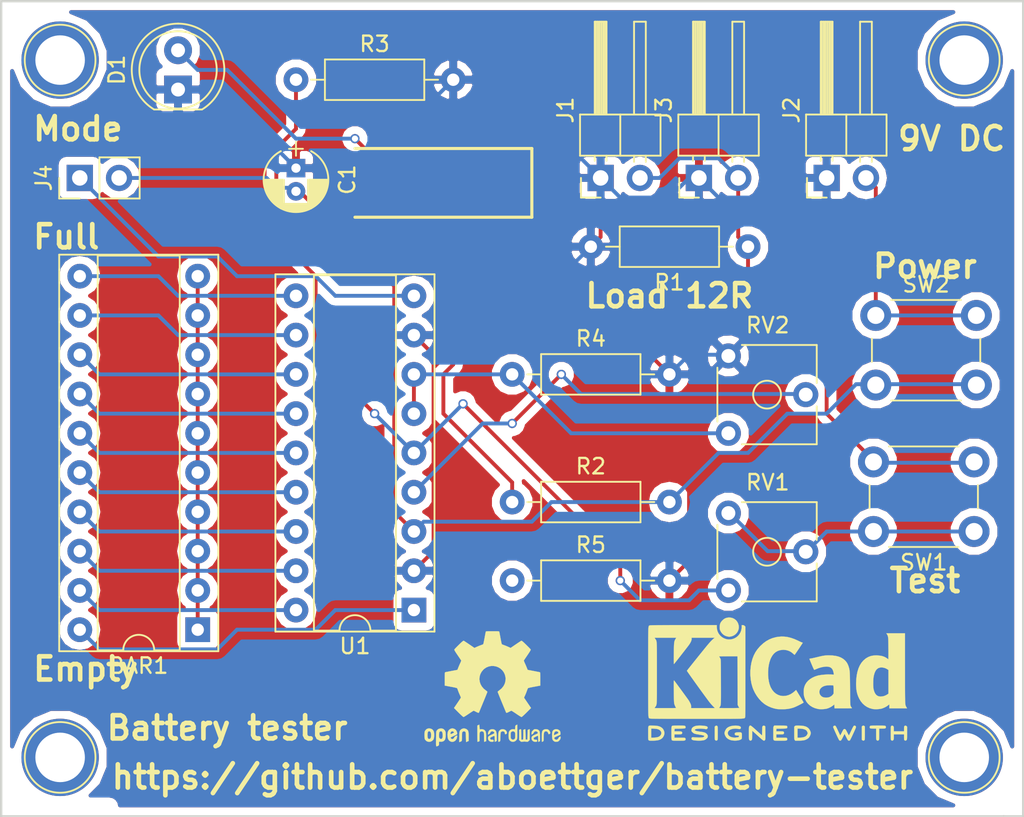
<source format=kicad_pcb>
(kicad_pcb (version 4) (host pcbnew 4.0.6+dfsg1-1)
  (layers (0 F.Cu signal) (31 B.Cu signal) (34 B.Paste user) (35 F.Paste user) (36 B.SilkS user) (37 F.SilkS user) (38 B.Mask user) (39 F.Mask user) (44 Edge.Cuts user))
  (net 0 "")
  (net 1 GND)
  (net 2 "Net-(RV2-Pad2)")
  (net 3 Sig)
  (net 4 SW_L)
  (net 5 "Net-(R4-Pad1)")
  (net 6 "Net-(BAR1-Pad1)")
  (net 7 "Net-(BAR1-Pad11)")
  (net 8 "Net-(BAR1-Pad12)")
  (net 9 "Net-(BAR1-Pad13)")
  (net 10 "Net-(BAR1-Pad14)")
  (net 11 "Net-(BAR1-Pad15)")
  (net 12 "Net-(BAR1-Pad16)")
  (net 13 "Net-(BAR1-Pad17)")
  (net 14 "Net-(BAR1-Pad18)")
  (net 15 "Net-(BAR1-Pad19)")
  (net 16 "Net-(BAR1-Pad20)")
  (net 17 "Net-(D1-Pad2)")
  (net 18 "Net-(J2-Pad2)")
  (net 19 9V)
  (net 20 "Net-(J4-Pad1)")
  (net 21 "Net-(R3-Pad1)")
  (module Connect:1pin (layer F.Cu) (at 102.235 120.015)
    (fp_text reference REF** hide)
    (fp_text value 1pin hide)
    (pad "" np_thru_hole circle (at 0 0) (size 5 5) (drill 3.2) (layers *.Cu *.Mask))
  )
  (module Connect:1pin (layer F.Cu) (at 160.655 120.015)
    (fp_text reference REF** hide)
    (fp_text value 1pin hide)
    (pad "" np_thru_hole circle (at 0 0) (size 5 5) (drill 3.2) (layers *.Cu *.Mask))
  )
  (module Connect:1pin (layer F.Cu) (at 160.655 74.93)
    (fp_text reference REF** hide)
    (fp_text value 1pin hide)
    (pad "" np_thru_hole circle (at 0 0) (size 5 5) (drill 3.2) (layers *.Cu *.Mask))
  )
  (module Capacitors_ThroughHole:CP_Radial_D4.0mm_P1.50mm (layer F.Cu) (at 117.475 81.915 270)
    (fp_text reference C1 (at 0.75 -3.31 270) (layer F.SilkS))
    (fp_text value 4,7µ)
    (pad 1 thru_hole rect (at 0 0 270) (size 1.2 1.2) (drill 0.6) (layers *.Cu *.Mask) (net 1 GND))
    (pad 2 thru_hole circle (at 1.5 0 270) (size 1.2 1.2) (drill 0.6) (layers *.Cu *.Mask) (net 19 9V))
  )
  (module Resistors_ThroughHole:R_Axial_DIN0207_L6.3mm_D2.5mm_P10.16mm_Horizontal (layer F.Cu) (at 146.685 86.995 180)
    (fp_text reference R1 (at 5.08 -2.31 180) (layer F.SilkS))
    (fp_text value 12)
    (pad 1 thru_hole circle (at 0 0 180) (size 1.6 1.6) (drill 0.8) (layers *.Cu *.Mask) (net 4 SW_L))
    (pad 2 thru_hole oval (at 10.16 0 180) (size 1.6 1.6) (drill 0.8) (layers *.Cu *.Mask) (net 1 GND))
  )
  (module Resistors_ThroughHole:R_Axial_DIN0207_L6.3mm_D2.5mm_P10.16mm_Horizontal (layer F.Cu) (at 131.445 103.505)
    (fp_text reference R2 (at 5.08 -2.31) (layer F.SilkS))
    (fp_text value 680)
    (pad 1 thru_hole circle (at 0 0) (size 1.6 1.6) (drill 0.8) (layers *.Cu *.Mask) (net 17 "Net-(D1-Pad2)"))
    (pad 2 thru_hole oval (at 10.16 0) (size 1.6 1.6) (drill 0.8) (layers *.Cu *.Mask) (net 19 9V))
  )
  (module Resistors_ThroughHole:R_Axial_DIN0207_L6.3mm_D2.5mm_P10.16mm_Horizontal (layer F.Cu) (at 117.475 76.2)
    (fp_text reference R3 (at 5.08 -2.31) (layer F.SilkS))
    (fp_text value 10k)
    (pad 1 thru_hole circle (at 0 0) (size 1.6 1.6) (drill 0.8) (layers *.Cu *.Mask) (net 21 "Net-(R3-Pad1)"))
    (pad 2 thru_hole oval (at 10.16 0) (size 1.6 1.6) (drill 0.8) (layers *.Cu *.Mask) (net 1 GND))
  )
  (module Potentiometers:Potentiometer_Trimmer_ACP_CA6v_Horizontal (layer F.Cu) (at 145.415 109.22)
    (fp_text reference RV1 (at 2.54 -6.985) (layer F.SilkS))
    (fp_text value 10k)
    (pad 3 thru_hole circle (at 0 -5) (size 1.62 1.62) (drill 0.9) (layers *.Cu *.Mask) (net 3 Sig))
    (pad 2 thru_hole circle (at 5 -2.5) (size 1.62 1.62) (drill 0.9) (layers *.Cu *.Mask) (net 3 Sig))
    (pad 1 thru_hole circle (at 0 0) (size 1.62 1.62) (drill 0.9) (layers *.Cu *.Mask) (net 21 "Net-(R3-Pad1)"))
  )
  (module Potentiometers:Potentiometer_Trimmer_ACP_CA6v_Horizontal (layer F.Cu) (at 145.415 99.06)
    (fp_text reference RV2 (at 2.54 -6.985) (layer F.SilkS))
    (fp_text value 10k)
    (pad 3 thru_hole circle (at 0 -5) (size 1.62 1.62) (drill 0.9) (layers *.Cu *.Mask) (net 1 GND))
    (pad 2 thru_hole circle (at 5 -2.5) (size 1.62 1.62) (drill 0.9) (layers *.Cu *.Mask) (net 2 "Net-(RV2-Pad2)"))
    (pad 1 thru_hole circle (at 0 0) (size 1.62 1.62) (drill 0.9) (layers *.Cu *.Mask) (net 5 "Net-(R4-Pad1)"))
  )
  (module Housings_DIP:DIP-18_W7.62mm_Socket (layer F.Cu) (at 125.095 110.49 180)
    (fp_text reference U1 (at 3.81 -2.33 180) (layer F.SilkS))
    (fp_text value LM3914)
    (pad 1 thru_hole rect (at 0 0 180) (size 1.6 1.6) (drill 0.8) (layers *.Cu *.Mask) (net 16 "Net-(BAR1-Pad20)"))
    (pad 10 thru_hole oval (at 7.62 20.32 180) (size 1.6 1.6) (drill 0.8) (layers *.Cu *.Mask) (net 7 "Net-(BAR1-Pad11)"))
    (pad 2 thru_hole oval (at 0 2.54 180) (size 1.6 1.6) (drill 0.8) (layers *.Cu *.Mask) (net 1 GND))
    (pad 11 thru_hole oval (at 7.62 17.78 180) (size 1.6 1.6) (drill 0.8) (layers *.Cu *.Mask) (net 8 "Net-(BAR1-Pad12)"))
    (pad 3 thru_hole oval (at 0 5.08 180) (size 1.6 1.6) (drill 0.8) (layers *.Cu *.Mask) (net 19 9V))
    (pad 12 thru_hole oval (at 7.62 15.24 180) (size 1.6 1.6) (drill 0.8) (layers *.Cu *.Mask) (net 9 "Net-(BAR1-Pad13)"))
    (pad 4 thru_hole oval (at 0 7.62 180) (size 1.6 1.6) (drill 0.8) (layers *.Cu *.Mask) (net 2 "Net-(RV2-Pad2)"))
    (pad 13 thru_hole oval (at 7.62 12.7 180) (size 1.6 1.6) (drill 0.8) (layers *.Cu *.Mask) (net 10 "Net-(BAR1-Pad14)"))
    (pad 5 thru_hole oval (at 0 10.16 180) (size 1.6 1.6) (drill 0.8) (layers *.Cu *.Mask) (net 21 "Net-(R3-Pad1)"))
    (pad 14 thru_hole oval (at 7.62 10.16 180) (size 1.6 1.6) (drill 0.8) (layers *.Cu *.Mask) (net 11 "Net-(BAR1-Pad15)"))
    (pad 6 thru_hole oval (at 0 12.7 180) (size 1.6 1.6) (drill 0.8) (layers *.Cu *.Mask) (net 5 "Net-(R4-Pad1)"))
    (pad 15 thru_hole oval (at 7.62 7.62 180) (size 1.6 1.6) (drill 0.8) (layers *.Cu *.Mask) (net 12 "Net-(BAR1-Pad16)"))
    (pad 7 thru_hole oval (at 0 15.24 180) (size 1.6 1.6) (drill 0.8) (layers *.Cu *.Mask) (net 5 "Net-(R4-Pad1)"))
    (pad 16 thru_hole oval (at 7.62 5.08 180) (size 1.6 1.6) (drill 0.8) (layers *.Cu *.Mask) (net 13 "Net-(BAR1-Pad17)"))
    (pad 8 thru_hole oval (at 0 17.78 180) (size 1.6 1.6) (drill 0.8) (layers *.Cu *.Mask) (net 1 GND))
    (pad 17 thru_hole oval (at 7.62 2.54 180) (size 1.6 1.6) (drill 0.8) (layers *.Cu *.Mask) (net 14 "Net-(BAR1-Pad18)"))
    (pad 9 thru_hole oval (at 0 20.32 180) (size 1.6 1.6) (drill 0.8) (layers *.Cu *.Mask) (net 20 "Net-(J4-Pad1)"))
    (pad 18 thru_hole oval (at 7.62 0 180) (size 1.6 1.6) (drill 0.8) (layers *.Cu *.Mask) (net 15 "Net-(BAR1-Pad19)"))
  )
  (module Resistors_ThroughHole:R_Axial_DIN0207_L6.3mm_D2.5mm_P10.16mm_Horizontal (layer F.Cu) (at 131.445 95.25)
    (fp_text reference R4 (at 5.08 -2.31) (layer F.SilkS))
    (fp_text value 20k)
    (pad 1 thru_hole circle (at 0 0) (size 1.6 1.6) (drill 0.8) (layers *.Cu *.Mask) (net 5 "Net-(R4-Pad1)"))
    (pad 2 thru_hole oval (at 10.16 0) (size 1.6 1.6) (drill 0.8) (layers *.Cu *.Mask) (net 1 GND))
  )
  (module Buttons_Switches_ThroughHole:SW_PUSH_6mm_h5mm (layer F.Cu) (at 161.29 105.41 180)
    (fp_text reference SW1 (at 3.25 -2 180) (layer F.SilkS))
    (fp_text value SW_Push)
    (pad 2 thru_hole circle (at 0 4.5 270) (size 2 2) (drill 1.1) (layers *.Cu *.Mask) (net 4 SW_L))
    (pad 1 thru_hole circle (at 0 0 270) (size 2 2) (drill 1.1) (layers *.Cu *.Mask) (net 3 Sig))
    (pad 2 thru_hole circle (at 6.5 4.5 270) (size 2 2) (drill 1.1) (layers *.Cu *.Mask) (net 4 SW_L))
    (pad 1 thru_hole circle (at 6.5 0 270) (size 2 2) (drill 1.1) (layers *.Cu *.Mask) (net 3 Sig))
  )
  (module Buttons_Switches_ThroughHole:SW_PUSH_6mm_h5mm (layer F.Cu) (at 154.94 91.44)
    (fp_text reference SW2 (at 3.25 -2) (layer F.SilkS))
    (fp_text value SW_Push)
    (pad 2 thru_hole circle (at 0 4.5 90) (size 2 2) (drill 1.1) (layers *.Cu *.Mask) (net 19 9V))
    (pad 1 thru_hole circle (at 0 0 90) (size 2 2) (drill 1.1) (layers *.Cu *.Mask) (net 18 "Net-(J2-Pad2)"))
    (pad 2 thru_hole circle (at 6.5 4.5 90) (size 2 2) (drill 1.1) (layers *.Cu *.Mask) (net 19 9V))
    (pad 1 thru_hole circle (at 6.5 0 90) (size 2 2) (drill 1.1) (layers *.Cu *.Mask) (net 18 "Net-(J2-Pad2)"))
  )
  (module Housings_DIP:DIP-20_W7.62mm_Socket (layer F.Cu) (at 111.125 111.76 180)
    (fp_text reference BAR1 (at 3.81 -2.33 180) (layer F.SilkS))
    (fp_text value DOT-BAR2)
    (pad 1 thru_hole rect (at 0 0 180) (size 1.6 1.6) (drill 0.8) (layers *.Cu *.Mask) (net 6 "Net-(BAR1-Pad1)"))
    (pad 11 thru_hole oval (at 7.62 22.86 180) (size 1.6 1.6) (drill 0.8) (layers *.Cu *.Mask) (net 7 "Net-(BAR1-Pad11)"))
    (pad 2 thru_hole oval (at 0 2.54 180) (size 1.6 1.6) (drill 0.8) (layers *.Cu *.Mask) (net 6 "Net-(BAR1-Pad1)"))
    (pad 12 thru_hole oval (at 7.62 20.32 180) (size 1.6 1.6) (drill 0.8) (layers *.Cu *.Mask) (net 8 "Net-(BAR1-Pad12)"))
    (pad 3 thru_hole oval (at 0 5.08 180) (size 1.6 1.6) (drill 0.8) (layers *.Cu *.Mask) (net 6 "Net-(BAR1-Pad1)"))
    (pad 13 thru_hole oval (at 7.62 17.78 180) (size 1.6 1.6) (drill 0.8) (layers *.Cu *.Mask) (net 9 "Net-(BAR1-Pad13)"))
    (pad 4 thru_hole oval (at 0 7.62 180) (size 1.6 1.6) (drill 0.8) (layers *.Cu *.Mask) (net 6 "Net-(BAR1-Pad1)"))
    (pad 14 thru_hole oval (at 7.62 15.24 180) (size 1.6 1.6) (drill 0.8) (layers *.Cu *.Mask) (net 10 "Net-(BAR1-Pad14)"))
    (pad 5 thru_hole oval (at 0 10.16 180) (size 1.6 1.6) (drill 0.8) (layers *.Cu *.Mask) (net 6 "Net-(BAR1-Pad1)"))
    (pad 15 thru_hole oval (at 7.62 12.7 180) (size 1.6 1.6) (drill 0.8) (layers *.Cu *.Mask) (net 11 "Net-(BAR1-Pad15)"))
    (pad 6 thru_hole oval (at 0 12.7 180) (size 1.6 1.6) (drill 0.8) (layers *.Cu *.Mask) (net 6 "Net-(BAR1-Pad1)"))
    (pad 16 thru_hole oval (at 7.62 10.16 180) (size 1.6 1.6) (drill 0.8) (layers *.Cu *.Mask) (net 12 "Net-(BAR1-Pad16)"))
    (pad 7 thru_hole oval (at 0 15.24 180) (size 1.6 1.6) (drill 0.8) (layers *.Cu *.Mask) (net 6 "Net-(BAR1-Pad1)"))
    (pad 17 thru_hole oval (at 7.62 7.62 180) (size 1.6 1.6) (drill 0.8) (layers *.Cu *.Mask) (net 13 "Net-(BAR1-Pad17)"))
    (pad 8 thru_hole oval (at 0 17.78 180) (size 1.6 1.6) (drill 0.8) (layers *.Cu *.Mask) (net 6 "Net-(BAR1-Pad1)"))
    (pad 18 thru_hole oval (at 7.62 5.08 180) (size 1.6 1.6) (drill 0.8) (layers *.Cu *.Mask) (net 14 "Net-(BAR1-Pad18)"))
    (pad 9 thru_hole oval (at 0 20.32 180) (size 1.6 1.6) (drill 0.8) (layers *.Cu *.Mask) (net 6 "Net-(BAR1-Pad1)"))
    (pad 19 thru_hole oval (at 7.62 2.54 180) (size 1.6 1.6) (drill 0.8) (layers *.Cu *.Mask) (net 15 "Net-(BAR1-Pad19)"))
    (pad 10 thru_hole oval (at 0 22.86 180) (size 1.6 1.6) (drill 0.8) (layers *.Cu *.Mask) (net 6 "Net-(BAR1-Pad1)"))
    (pad 20 thru_hole oval (at 7.62 0 180) (size 1.6 1.6) (drill 0.8) (layers *.Cu *.Mask) (net 16 "Net-(BAR1-Pad20)"))
  )
  (module LEDs:LED_D5.0mm (layer F.Cu) (at 109.855 76.835 90)
    (fp_text reference D1 (at 1.27 -3.96 90) (layer F.SilkS))
    (fp_text value LED)
    (pad 1 thru_hole rect (at 0 0 90) (size 1.8 1.8) (drill 0.9) (layers *.Cu *.Mask) (net 1 GND))
    (pad 2 thru_hole circle (at 2.54 0 90) (size 1.8 1.8) (drill 0.9) (layers *.Cu *.Mask) (net 17 "Net-(D1-Pad2)"))
  )
  (module Resistors_ThroughHole:R_Axial_DIN0207_L6.3mm_D2.5mm_P10.16mm_Horizontal (layer F.Cu) (at 131.445 108.585)
    (fp_text reference R5 (at 5.08 -2.31) (layer F.SilkS))
    (fp_text value 10k)
    (pad 1 thru_hole circle (at 0 0) (size 1.6 1.6) (drill 0.8) (layers *.Cu *.Mask))
    (pad 2 thru_hole oval (at 10.16 0) (size 1.6 1.6) (drill 0.8) (layers *.Cu *.Mask) (net 1 GND))
  )
  (module Symbols:KiCad-Logo2_8mm_SilkScreen (layer F.Cu) (at 148.59 114.935)
    (fp_text reference REF*** hide)
    (fp_text value KiCad-Logo2_8mm_SilkScreen hide)
  )
  (module Symbols:OSHW-Logo2_9.8x8mm_SilkScreen (layer F.Cu) (at 130.175 115.57)
    (fp_text reference REF*** hide)
    (fp_text value OSHW-Logo2_9.8x8mm_SilkScreen hide)
  )
  (module Pin_Headers:Pin_Header_Angled_1x02_Pitch2.54mm (layer F.Cu) (at 137.16 82.55 90)
    (fp_text reference J1 (at 4.385 -2.27 90) (layer F.SilkS))
    (fp_text value CONN_01X02)
    (pad 1 thru_hole rect (at 0 0 90) (size 1.7 1.7) (drill 1) (layers *.Cu *.Mask) (net 1 GND))
    (pad 2 thru_hole oval (at 0 2.54 90) (size 1.7 1.7) (drill 1) (layers *.Cu *.Mask) (net 4 SW_L))
  )
  (module Pin_Headers:Pin_Header_Angled_1x02_Pitch2.54mm (layer F.Cu) (at 151.765 82.55 90)
    (fp_text reference J2 (at 4.385 -2.27 90) (layer F.SilkS))
    (fp_text value CONN_01X02)
    (pad 1 thru_hole rect (at 0 0 90) (size 1.7 1.7) (drill 1) (layers *.Cu *.Mask) (net 1 GND))
    (pad 2 thru_hole oval (at 0 2.54 90) (size 1.7 1.7) (drill 1) (layers *.Cu *.Mask) (net 18 "Net-(J2-Pad2)"))
  )
  (module Pin_Headers:Pin_Header_Angled_1x02_Pitch2.54mm (layer F.Cu) (at 143.51 82.55 90)
    (fp_text reference J3 (at 4.385 -2.27 90) (layer F.SilkS))
    (fp_text value CONN_01X02)
    (pad 1 thru_hole rect (at 0 0 90) (size 1.7 1.7) (drill 1) (layers *.Cu *.Mask) (net 1 GND))
    (pad 2 thru_hole oval (at 0 2.54 90) (size 1.7 1.7) (drill 1) (layers *.Cu *.Mask) (net 4 SW_L))
  )
  (module Pin_Headers:Pin_Header_Straight_1x02_Pitch2.54mm (layer F.Cu) (at 103.505 82.55 90)
    (fp_text reference J4 (at 0 -2.33 90) (layer F.SilkS))
    (fp_text value CONN_01X02)
    (pad 1 thru_hole rect (at 0 0 90) (size 1.7 1.7) (drill 1) (layers *.Cu *.Mask) (net 20 "Net-(J4-Pad1)"))
    (pad 2 thru_hole oval (at 0 2.54 90) (size 1.7 1.7) (drill 1) (layers *.Cu *.Mask) (net 19 9V))
  )
  (module Connect:1pin (layer F.Cu) (at 102.235 74.93)
    (fp_text reference REF** hide)
    (fp_text value 1pin hide)
    (pad "" np_thru_hole circle (at 0 0) (size 5 5) (drill 3.2) (layers *.Cu *.Mask))
  )
  (gr_text Mode (at 100.33 79.375) (layer F.SilkS) (effects (font (size 1.5 1.5) (thickness 0.3)) (justify left)))
  (gr_text "9V DC" (at 156.21 80.01) (layer F.SilkS) (effects (font (size 1.5 1.5) (thickness 0.3)) (justify left)))
  (gr_text Empty (at 100.33 114.3) (layer F.SilkS) (effects (font (size 1.5 1.5) (thickness 0.3)) (justify left)))
  (gr_text Full (at 100.33 86.36) (layer F.SilkS) (effects (font (size 1.5 1.5) (thickness 0.3)) (justify left)))
  (gr_text Test (at 158.115 108.585) (layer F.SilkS) (effects (font (size 1.5 1.5) (thickness 0.3))))
  (gr_text Power (at 158.115 88.265) (layer F.SilkS) (effects (font (size 1.5 1.5) (thickness 0.3))))
  (gr_line (start 164.465 123.825) (end 163.195 123.825) (angle 90) (layer Edge.Cuts) (width 0.15))
  (gr_line (start 164.465 71.12) (end 164.465 123.825) (angle 90) (layer Edge.Cuts) (width 0.15))
  (gr_line (start 98.425 71.12) (end 164.465 71.12) (angle 90) (layer Edge.Cuts) (width 0.15))
  (gr_line (start 98.425 123.825) (end 98.425 71.12) (angle 90) (layer Edge.Cuts) (width 0.15))
  (gr_line (start 163.195 123.825) (end 98.425 123.825) (angle 90) (layer Edge.Cuts) (width 0.15))
  (gr_text https://github.com/aboettger/battery-tester (at 105.41 121.285) (layer F.SilkS) (effects (font (size 1.5 1.5) (thickness 0.3)) (justify left)))
  (gr_text "Battery tester" (at 113.03 118.11) (layer F.SilkS) (effects (font (size 1.5 1.5) (thickness 0.3))))
  (gr_line (start 132.715 85.09) (end 121.285 85.09) (angle 90) (layer F.SilkS) (width 0.2))
  (gr_line (start 132.715 80.645) (end 132.715 85.09) (angle 90) (layer F.SilkS) (width 0.2))
  (gr_line (start 121.285 80.645) (end 132.715 80.645) (angle 90) (layer F.SilkS) (width 0.2))
  (gr_text "Load 12R" (at 141.605 90.17) (layer F.SilkS) (effects (font (size 1.5 1.5) (thickness 0.3))))
  (segment (start 137.16 82.55) (end 130.81 76.2) (width 0.25) (layer B.Cu) (net 1))
  (segment (start 130.81 76.2) (end 127.635 76.2) (width 0.25) (layer B.Cu) (net 1))
  (segment (start 136.525 86.995) (end 130.81 92.71) (width 0.25) (layer B.Cu) (net 1))
  (segment (start 130.81 92.71) (end 125.095 92.71) (width 0.25) (layer B.Cu) (net 1))
  (segment (start 127.635 76.2) (end 121.92 81.915) (width 0.25) (layer B.Cu) (net 1))
  (segment (start 121.92 81.915) (end 117.475 81.915) (width 0.25) (layer B.Cu) (net 1))
  (segment (start 117.475 81.915) (end 112.395 76.835) (width 0.25) (layer B.Cu) (net 1))
  (segment (start 112.395 76.835) (end 109.855 76.835) (width 0.25) (layer B.Cu) (net 1))
  (segment (start 141.605 95.25) (end 136.525 90.17) (width 0.25) (layer F.Cu) (net 1))
  (segment (start 136.525 90.17) (end 136.525 86.995) (width 0.25) (layer F.Cu) (net 1))
  (segment (start 125.095 92.71) (end 126.365 93.98) (width 0.25) (layer F.Cu) (net 1))
  (segment (start 126.365 93.98) (end 126.365 106.68) (width 0.25) (layer F.Cu) (net 1))
  (segment (start 126.365 106.68) (end 125.095 107.95) (width 0.25) (layer F.Cu) (net 1))
  (segment (start 141.605 108.585) (end 142.875 107.315) (width 0.25) (layer F.Cu) (net 1))
  (segment (start 142.875 107.315) (end 142.875 102.235) (width 0.25) (layer F.Cu) (net 1))
  (segment (start 142.875 102.235) (end 141.605 100.965) (width 0.25) (layer F.Cu) (net 1))
  (segment (start 141.605 100.965) (end 141.605 95.25) (width 0.25) (layer F.Cu) (net 1))
  (segment (start 141.605 95.25) (end 142.875 93.98) (width 0.25) (layer B.Cu) (net 1))
  (segment (start 142.875 93.98) (end 145.415 93.98) (width 0.25) (layer B.Cu) (net 1))
  (segment (start 145.415 93.98) (end 145.415 94.06) (width 0.25) (layer B.Cu) (net 1))
  (segment (start 143.51 82.55) (end 144.78 83.82) (width 0.25) (layer B.Cu) (net 1))
  (segment (start 144.78 83.82) (end 147.32 83.82) (width 0.25) (layer B.Cu) (net 1))
  (segment (start 147.32 83.82) (end 148.59 82.55) (width 0.25) (layer B.Cu) (net 1))
  (segment (start 148.59 82.55) (end 151.765 82.55) (width 0.25) (layer B.Cu) (net 1))
  (segment (start 137.16 82.55) (end 138.43 83.82) (width 0.25) (layer B.Cu) (net 1))
  (segment (start 138.43 83.82) (end 141.605 83.82) (width 0.25) (layer B.Cu) (net 1))
  (segment (start 141.605 83.82) (end 142.875 82.55) (width 0.25) (layer B.Cu) (net 1))
  (segment (start 142.875 82.55) (end 143.51 82.55) (width 0.25) (layer B.Cu) (net 1))
  (segment (start 136.525 86.995) (end 137.16 86.36) (width 0.25) (layer F.Cu) (net 1))
  (segment (start 137.16 86.36) (end 137.16 82.55) (width 0.25) (layer F.Cu) (net 1))
  (segment (start 125.095 102.87) (end 129.54 98.425) (width 0.25) (layer B.Cu) (net 2))
  (segment (start 129.54 98.425) (end 131.445 98.425) (width 0.25) (layer B.Cu) (net 2))
  (via (at 131.445 98.425) (size 0.6) (layers F.Cu B.Cu) (net 2))
  (segment (start 131.445 98.425) (end 134.62 95.25) (width 0.25) (layer F.Cu) (net 2))
  (via (at 134.62 95.25) (size 0.6) (layers F.Cu B.Cu) (net 2))
  (segment (start 134.62 95.25) (end 135.89 96.52) (width 0.25) (layer B.Cu) (net 2))
  (segment (start 135.89 96.52) (end 150.495 96.52) (width 0.25) (layer B.Cu) (net 2))
  (segment (start 150.495 96.52) (end 150.415 96.56) (width 0.25) (layer B.Cu) (net 2))
  (segment (start 145.415 104.22) (end 145.415 104.14) (width 0.25) (layer B.Cu) (net 3))
  (segment (start 145.415 104.14) (end 147.955 106.68) (width 0.25) (layer B.Cu) (net 3))
  (segment (start 147.955 106.68) (end 150.495 106.68) (width 0.25) (layer B.Cu) (net 3))
  (segment (start 150.495 106.68) (end 150.415 106.72) (width 0.25) (layer B.Cu) (net 3))
  (segment (start 150.415 106.72) (end 150.495 106.68) (width 0.25) (layer B.Cu) (net 3))
  (segment (start 150.495 106.68) (end 151.765 105.41) (width 0.25) (layer B.Cu) (net 3))
  (segment (start 151.765 105.41) (end 154.79 105.41) (width 0.25) (layer B.Cu) (net 3))
  (segment (start 154.79 105.41) (end 161.29 105.41) (width 0.25) (layer B.Cu) (net 3))
  (segment (start 154.79 100.91) (end 154.94 100.965) (width 0.25) (layer F.Cu) (net 4))
  (segment (start 154.94 100.965) (end 151.765 97.79) (width 0.25) (layer F.Cu) (net 4))
  (segment (start 151.765 97.79) (end 151.765 95.25) (width 0.25) (layer F.Cu) (net 4))
  (segment (start 151.765 95.25) (end 146.685 90.17) (width 0.25) (layer F.Cu) (net 4))
  (segment (start 146.685 90.17) (end 146.685 86.995) (width 0.25) (layer F.Cu) (net 4))
  (segment (start 161.29 100.91) (end 161.29 100.965) (width 0.25) (layer B.Cu) (net 4))
  (segment (start 161.29 100.965) (end 154.94 100.965) (width 0.25) (layer B.Cu) (net 4))
  (segment (start 154.94 100.965) (end 154.79 100.91) (width 0.25) (layer B.Cu) (net 4))
  (segment (start 146.685 86.995) (end 146.05 86.36) (width 0.25) (layer F.Cu) (net 4))
  (segment (start 146.05 86.36) (end 146.05 82.55) (width 0.25) (layer F.Cu) (net 4))
  (segment (start 146.05 82.55) (end 144.78 81.28) (width 0.25) (layer B.Cu) (net 4))
  (segment (start 144.78 81.28) (end 142.24 81.28) (width 0.25) (layer B.Cu) (net 4))
  (segment (start 142.24 81.28) (end 140.97 82.55) (width 0.25) (layer B.Cu) (net 4))
  (segment (start 140.97 82.55) (end 139.7 82.55) (width 0.25) (layer B.Cu) (net 4))
  (segment (start 131.445 95.25) (end 135.255 99.06) (width 0.25) (layer B.Cu) (net 5))
  (segment (start 135.255 99.06) (end 145.415 99.06) (width 0.25) (layer B.Cu) (net 5))
  (segment (start 131.445 95.25) (end 125.095 95.25) (width 0.25) (layer B.Cu) (net 5))
  (segment (start 125.095 95.25) (end 125.095 97.79) (width 0.25) (layer F.Cu) (net 5))
  (segment (start 111.125 101.6) (end 111.125 99.06) (width 0.25) (layer F.Cu) (net 6))
  (segment (start 111.125 96.52) (end 111.125 93.98) (width 0.25) (layer F.Cu) (net 6))
  (segment (start 111.125 93.98) (end 111.125 91.44) (width 0.25) (layer F.Cu) (net 6))
  (segment (start 111.125 99.06) (end 111.125 96.52) (width 0.25) (layer F.Cu) (net 6))
  (segment (start 111.125 106.68) (end 111.125 109.22) (width 0.25) (layer F.Cu) (net 6))
  (segment (start 111.125 91.44) (end 111.125 88.9) (width 0.25) (layer F.Cu) (net 6))
  (segment (start 111.125 104.14) (end 111.125 101.6) (width 0.25) (layer F.Cu) (net 6))
  (segment (start 111.125 104.14) (end 111.125 106.68) (width 0.25) (layer F.Cu) (net 6))
  (segment (start 111.125 109.22) (end 111.125 111.76) (width 0.25) (layer F.Cu) (net 6))
  (segment (start 117.475 90.17) (end 109.855 90.17) (width 0.25) (layer B.Cu) (net 7))
  (segment (start 109.855 90.17) (end 108.585 88.9) (width 0.25) (layer B.Cu) (net 7))
  (segment (start 108.585 88.9) (end 103.505 88.9) (width 0.25) (layer B.Cu) (net 7))
  (segment (start 117.475 92.71) (end 109.855 92.71) (width 0.25) (layer B.Cu) (net 8))
  (segment (start 109.855 92.71) (end 108.585 91.44) (width 0.25) (layer B.Cu) (net 8))
  (segment (start 108.585 91.44) (end 103.505 91.44) (width 0.25) (layer B.Cu) (net 8))
  (segment (start 103.505 93.98) (end 104.775 95.25) (width 0.25) (layer B.Cu) (net 9))
  (segment (start 104.775 95.25) (end 117.475 95.25) (width 0.25) (layer B.Cu) (net 9))
  (segment (start 103.505 96.52) (end 104.775 97.79) (width 0.25) (layer B.Cu) (net 10))
  (segment (start 104.775 97.79) (end 117.475 97.79) (width 0.25) (layer B.Cu) (net 10))
  (segment (start 103.505 99.06) (end 104.775 100.33) (width 0.25) (layer B.Cu) (net 11))
  (segment (start 104.775 100.33) (end 117.475 100.33) (width 0.25) (layer B.Cu) (net 11))
  (segment (start 103.505 101.6) (end 104.775 102.87) (width 0.25) (layer B.Cu) (net 12))
  (segment (start 104.775 102.87) (end 117.475 102.87) (width 0.25) (layer B.Cu) (net 12))
  (segment (start 103.505 104.14) (end 104.775 105.41) (width 0.25) (layer B.Cu) (net 13))
  (segment (start 104.775 105.41) (end 117.475 105.41) (width 0.25) (layer B.Cu) (net 13))
  (segment (start 103.505 106.68) (end 104.775 107.95) (width 0.25) (layer B.Cu) (net 14))
  (segment (start 104.775 107.95) (end 117.475 107.95) (width 0.25) (layer B.Cu) (net 14))
  (segment (start 103.505 109.22) (end 104.775 110.49) (width 0.25) (layer B.Cu) (net 15))
  (segment (start 104.775 110.49) (end 117.475 110.49) (width 0.25) (layer B.Cu) (net 15))
  (segment (start 103.505 111.76) (end 104.775 113.03) (width 0.25) (layer B.Cu) (net 16))
  (segment (start 104.775 113.03) (end 112.395 113.03) (width 0.25) (layer B.Cu) (net 16))
  (segment (start 112.395 113.03) (end 113.665 111.76) (width 0.25) (layer B.Cu) (net 16))
  (segment (start 113.665 111.76) (end 118.745 111.76) (width 0.25) (layer B.Cu) (net 16))
  (segment (start 118.745 111.76) (end 120.015 110.49) (width 0.25) (layer B.Cu) (net 16))
  (segment (start 120.015 110.49) (end 125.095 110.49) (width 0.25) (layer B.Cu) (net 16))
  (segment (start 109.855 74.295) (end 111.125 75.565) (width 0.25) (layer B.Cu) (net 17))
  (segment (start 111.125 75.565) (end 113.03 75.565) (width 0.25) (layer B.Cu) (net 17))
  (segment (start 113.03 75.565) (end 117.475 80.01) (width 0.25) (layer B.Cu) (net 17))
  (segment (start 117.475 80.01) (end 121.285 80.01) (width 0.25) (layer B.Cu) (net 17))
  (via (at 121.285 80.01) (size 0.6) (layers F.Cu B.Cu) (net 17))
  (segment (start 121.285 80.01) (end 127.635 86.36) (width 0.25) (layer F.Cu) (net 17))
  (segment (start 127.635 86.36) (end 127.635 94.615) (width 0.25) (layer F.Cu) (net 17))
  (segment (start 127.635 94.615) (end 127 95.25) (width 0.25) (layer F.Cu) (net 17))
  (segment (start 127 95.25) (end 127 97.79) (width 0.25) (layer F.Cu) (net 17))
  (segment (start 127 97.79) (end 131.445 102.235) (width 0.25) (layer F.Cu) (net 17))
  (segment (start 131.445 102.235) (end 131.445 103.505) (width 0.25) (layer F.Cu) (net 17))
  (segment (start 154.305 82.55) (end 154.94 83.185) (width 0.25) (layer F.Cu) (net 18))
  (segment (start 154.94 83.185) (end 154.94 91.44) (width 0.25) (layer F.Cu) (net 18))
  (segment (start 154.94 91.44) (end 161.44 91.44) (width 0.25) (layer B.Cu) (net 18))
  (segment (start 117.475 83.415) (end 117.475 83.185) (width 0.25) (layer F.Cu) (net 19))
  (segment (start 117.475 83.185) (end 123.825 89.535) (width 0.25) (layer F.Cu) (net 19))
  (segment (start 123.825 89.535) (end 123.825 104.14) (width 0.25) (layer F.Cu) (net 19))
  (segment (start 123.825 104.14) (end 125.095 105.41) (width 0.25) (layer F.Cu) (net 19))
  (segment (start 141.605 103.505) (end 144.78 100.33) (width 0.25) (layer B.Cu) (net 19))
  (segment (start 144.78 100.33) (end 146.685 100.33) (width 0.25) (layer B.Cu) (net 19))
  (segment (start 146.685 100.33) (end 149.225 97.79) (width 0.25) (layer B.Cu) (net 19))
  (segment (start 149.225 97.79) (end 151.765 97.79) (width 0.25) (layer B.Cu) (net 19))
  (segment (start 151.765 97.79) (end 153.67 95.885) (width 0.25) (layer B.Cu) (net 19))
  (segment (start 153.67 95.885) (end 154.94 95.885) (width 0.25) (layer B.Cu) (net 19))
  (segment (start 154.94 95.885) (end 154.94 95.94) (width 0.25) (layer B.Cu) (net 19))
  (segment (start 125.095 105.41) (end 125.73 104.775) (width 0.25) (layer B.Cu) (net 19))
  (segment (start 125.73 104.775) (end 132.715 104.775) (width 0.25) (layer B.Cu) (net 19))
  (segment (start 132.715 104.775) (end 133.985 103.505) (width 0.25) (layer B.Cu) (net 19))
  (segment (start 133.985 103.505) (end 141.605 103.505) (width 0.25) (layer B.Cu) (net 19))
  (segment (start 117.475 83.415) (end 117.475 83.185) (width 0.25) (layer B.Cu) (net 19))
  (segment (start 117.475 83.185) (end 116.205 83.185) (width 0.25) (layer B.Cu) (net 19))
  (segment (start 116.205 83.185) (end 115.57 82.55) (width 0.25) (layer B.Cu) (net 19))
  (segment (start 115.57 82.55) (end 106.045 82.55) (width 0.25) (layer B.Cu) (net 19))
  (segment (start 154.94 95.94) (end 154.94 95.885) (width 0.25) (layer B.Cu) (net 19))
  (segment (start 154.94 95.885) (end 161.29 95.885) (width 0.25) (layer B.Cu) (net 19))
  (segment (start 161.29 95.885) (end 161.44 95.94) (width 0.25) (layer B.Cu) (net 19))
  (segment (start 103.505 82.55) (end 108.585 87.63) (width 0.25) (layer B.Cu) (net 20))
  (segment (start 108.585 87.63) (end 112.395 87.63) (width 0.25) (layer B.Cu) (net 20))
  (segment (start 112.395 87.63) (end 113.665 88.9) (width 0.25) (layer B.Cu) (net 20))
  (segment (start 113.665 88.9) (end 118.745 88.9) (width 0.25) (layer B.Cu) (net 20))
  (segment (start 118.745 88.9) (end 120.015 90.17) (width 0.25) (layer B.Cu) (net 20))
  (segment (start 120.015 90.17) (end 125.095 90.17) (width 0.25) (layer B.Cu) (net 20))
  (segment (start 125.095 100.33) (end 128.27 97.155) (width 0.25) (layer B.Cu) (net 21))
  (via (at 128.27 97.155) (size 0.6) (layers F.Cu B.Cu) (net 21))
  (segment (start 128.27 97.155) (end 138.43 107.315) (width 0.25) (layer F.Cu) (net 21))
  (segment (start 138.43 107.315) (end 138.43 108.585) (width 0.25) (layer F.Cu) (net 21))
  (via (at 138.43 108.585) (size 0.6) (layers F.Cu B.Cu) (net 21))
  (segment (start 138.43 108.585) (end 139.7 109.855) (width 0.25) (layer B.Cu) (net 21))
  (segment (start 139.7 109.855) (end 142.875 109.855) (width 0.25) (layer B.Cu) (net 21))
  (segment (start 142.875 109.855) (end 143.51 109.22) (width 0.25) (layer B.Cu) (net 21))
  (segment (start 143.51 109.22) (end 145.415 109.22) (width 0.25) (layer B.Cu) (net 21))
  (segment (start 125.095 100.33) (end 122.555 97.79) (width 0.25) (layer B.Cu) (net 21))
  (via (at 122.555 97.79) (size 0.6) (layers F.Cu B.Cu) (net 21))
  (segment (start 122.555 97.79) (end 118.745 93.98) (width 0.25) (layer F.Cu) (net 21))
  (segment (start 118.745 93.98) (end 118.745 88.9) (width 0.25) (layer F.Cu) (net 21))
  (segment (start 118.745 88.9) (end 116.205 86.36) (width 0.25) (layer F.Cu) (net 21))
  (segment (start 116.205 86.36) (end 116.205 80.645) (width 0.25) (layer F.Cu) (net 21))
  (segment (start 116.205 80.645) (end 117.475 79.375) (width 0.25) (layer F.Cu) (net 21))
  (segment (start 117.475 79.375) (end 117.475 76.2) (width 0.25) (layer F.Cu) (net 21))
  (zone (net 1) (net_name GND) (layer F.Cu) (connect_pads (clearance 0.508)) (min_thickness 0.254) (fill yes (arc_segments 16) (thermal_gap 0.508) (thermal_bridge_width 0.508))
    (polygon (pts (xy 164.465 123.825) (xy 98.425 123.825) (xy 98.425 71.12) (xy 164.465 71.12)))
  )
  (zone (net 1) (net_name GND) (layer B.Cu) (connect_pads (clearance 0.508)) (min_thickness 0.254) (fill yes (arc_segments 16) (thermal_gap 0.508) (thermal_bridge_width 0.508))
    (polygon (pts (xy 98.425 71.12) (xy 164.465 71.12) (xy 164.465 123.825) (xy 98.425 123.825)))
  )
)
</source>
